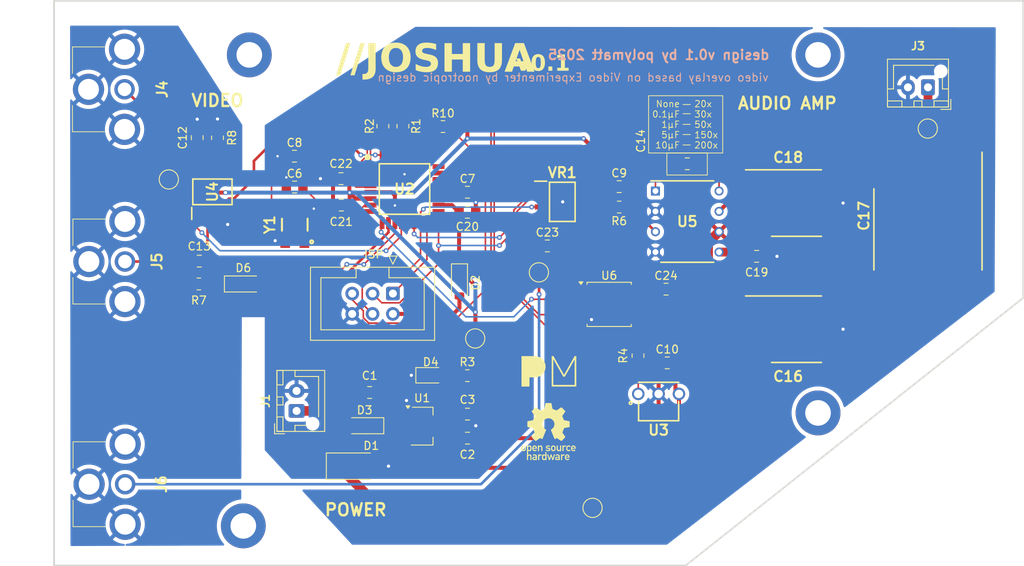
<source format=kicad_pcb>
(kicad_pcb (version 20241229) (generator "pcbnew") (generator_version "9.0")
  (layers (0 "F.Cu" signal) (2 "B.Cu" signal) (13 "F.Paste" user) (15 "B.Paste" user) (5 "F.SilkS" user "F.Silkscreen") (7 "B.SilkS" user "B.Silkscreen") (1 "F.Mask" user) (3 "B.Mask" user) (25 "Edge.Cuts" user))
  (net 0 "")
  (net 1 "GND")
  (net 2 "/VDC_IN")
  (net 3 "+5V")
  (net 4 "Net-(U2-(PCINT6{slash}XTAL1{slash}TOSC1)_PB6)")
  (net 5 "/ARef")
  (net 6 "Net-(U2-(PCINT7{slash}XTAL2{slash}TOSC2)_PB7)")
  (net 7 "Net-(U4-CVIN)")
  (net 8 "/D6")
  (net 9 "Net-(U5-GAIN_1)")
  (net 10 "Net-(U5-GAIN_2)")
  (net 11 "+14.5V")
  (net 12 "Net-(C17--)")
  (net 13 "Net-(C17-+)")
  (net 14 "Net-(U5-BYPASS)")
  (net 15 "Net-(C23-Pad1)")
  (net 16 "Net-(VR1-P0A)")
  (net 17 "/ISP-5V")
  (net 18 "Net-(D4-A)")
  (net 19 "Net-(D6-K)")
  (net 20 "/D7")
  (net 21 "/D12{slash}MISO")
  (net 22 "/D13{slash}SCK")
  (net 23 "/D11{slash}MOSI")
  (net 24 "/RX")
  (net 25 "/D0")
  (net 26 "/TX")
  (net 27 "/D1")
  (net 28 "Net-(U3-OUT)")
  (net 29 "/D3")
  (net 30 "Net-(U5-+_INPUT)")
  (net 31 "Net-(VR1-P0W)")
  (net 32 "Net-(U4-RSET)")
  (net 33 "/RESET")
  (net 34 "/A3")
  (net 36 "/D9")
  (net 37 "/D4")
  (net 38 "/A0")
  (net 40 "/D2")
  (net 41 "/A5")
  (net 42 "/D10")
  (net 43 "/A4")
  (net 44 "/A2")
  (net 46 "/A1")
  (net 47 "/D8")
  (net 48 "/D5")
  (net 51 "Net-(U6-AREF{slash}PB0)")
  (footprint "865090449009:CAPAE830X650N" (layer "F.Cu") (at 181.075 105)
    (property "Reference" "C16")
    (property "Value" "100uF 25V" (hide yes))
  )
  (footprint "Package_TO_SOT_SMD:SOT-89-3" (layer "F.Cu") (at 135.375 117.1)
    (property "Reference" "U1")
    (property "Value" "MCP1703AT-5002E/MB")
  )
  (footprint "TestPoint:TestPoint_Pad_D2.0mm" (layer "F.Cu") (at 142 106.15)
    (property "Reference" "REF**" (hide yes))
    (property "Value" "TestPoint_Pad_D2.0mm")
  )
  (footprint "865090449009:CAPAE830X650N" (layer "F.Cu") (at 181.075 89.25)
    (property "Reference" "C18")
    (property "Value" "100uF 25V" (hide yes))
  )
  (footprint "Capacitor_SMD:C_0805_2012Metric_Pad1.18x1.45mm_HandSolder" (layer "F.Cu") (at 125.2875 89.5 180)
    (property "Reference" "C21")
    (property "Value" "0.1uF" (hide yes))
  )
  (footprint "ATMEGA328P-AU:QFP80P900X900X120-32N" (layer "F.Cu") (at 133.175 87.5)
    (property "Reference" "U2")
    (property "Value" "ATMEGA328P-AU" (hide yes))
  )
  (footprint "Capacitor_SMD:C_0805_2012Metric_Pad1.18x1.45mm_HandSolder" (layer "F.Cu") (at 177.1375 95.9)
    (property "Reference" "C19")
    (property "Value" "0.1uF")
  )
  (footprint "Resistor_SMD:R_0805_2012Metric_Pad1.20x1.40mm_HandSolder" (layer "F.Cu") (at 137.975 79.7)
    (property "Reference" "R10")
    (property "Value" "10K" (hide yes))
  )
  (footprint "LED_SMD:LED_0805_2012Metric_Pad1.15x1.40mm_HandSolder" (layer "F.Cu") (at 136.45 110.75)
    (property "Reference" "D4")
    (property "Value" "LED")
  )
  (footprint "Resistor_SMD:R_0805_2012Metric_Pad1.20x1.40mm_HandSolder" (layer "F.Cu") (at 130.475 79.65 90)
    (property "Reference" "R2")
    (property "Value" "1K" (hide yes))
  )
  (footprint "Diode_SMD:D_SOD-123" (layer "F.Cu") (at 140.035 99.2 -90)
    (property "Reference" "D2")
    (property "Value" "0.5A 20V" (hide yes))
  )
  (footprint "Connector_IDC:IDC-Header_2x03_P2.54mm_Vertical" (layer "F.Cu") (at 131.725 100.55 -90)
    (property "Reference" "ISP")
    (property "Value" "Conn_02x03_Odd_Even" (hide yes))
  )
  (footprint "Capacitor_SMD:C_0805_2012Metric_Pad1.18x1.45mm_HandSolder" (layer "F.Cu") (at 141.0375 87.9)
    (property "Reference" "C7")
    (property "Value" "0.1uF" (hide yes))
  )
  (footprint "Resistor_SMD:R_0805_2012Metric_Pad1.20x1.40mm_HandSolder" (layer "F.Cu") (at 162.325 108.3 -90)
    (property "Reference" "R4")
    (property "Value" "100")
  )
  (footprint "TestPoint:TestPoint_Pad_D2.0mm" (layer "F.Cu") (at 149.95 97.9)
    (property "Reference" "REF**" (hide yes))
    (property "Value" "TestPoint_Pad_D2.0mm")
  )
  (footprint "Capacitor_SMD:C_0805_2012Metric_Pad1.18x1.45mm_HandSolder" (layer "F.Cu") (at 107.55 96.5)
    (property "Reference" "C13")
    (property "Value" "0.1uF")
  )
  (footprint "MCP4131-104E_SN:SOIC127P600X175-8N" (layer "F.Cu") (at 109.195 87.85 90)
    (property "Reference" "U4")
    (property "Value" "LM1881MX_NOPB" (hide yes))
  )
  (footprint "Resistor_SMD:R_0805_2012Metric_Pad1.20x1.40mm_HandSolder" (layer "F.Cu") (at 141.025 110.8 180)
    (property "Reference" "R3")
    (property "Value" "330")
  )
  (footprint "Capacitor_SMD:C_0805_2012Metric_Pad1.18x1.45mm_HandSolder" (layer "F.Cu") (at 125.25 86.2 180)
    (property "Reference" "C22")
    (property "Value" "0.1uF" (hide yes))
  )
  (footprint "Capacitor_SMD:C_0805_2012Metric_Pad1.18x1.45mm_HandSolder" (layer "F.Cu") (at 165.975 109.2)
    (property "Reference" "C10")
    (property "Value" "10uF")
  )
  (footprint "LOGO" (layer "F.Cu") (at 151.225 110.2)
    (property "Reference" "G***" (hide yes))
    (property "Value" "LOGO" (hide yes))
  )
  (footprint "Diode_SMD:D_SOD-123" (layer "F.Cu") (at 113.05 99.35)
    (property "Reference" "D6")
    (property "Value" "100V, 200mA")
  )
  (footprint "RCJ-011:RCJ011" (layer "F.Cu") (at 98.275 101.55 90)
    (property "Reference" "J5")
    (property "Value" "Video Out" (hide yes))
  )
  (footprint "Capacitor_SMD:C_0805_2012Metric_Pad1.18x1.45mm_HandSolder" (layer "F.Cu") (at 128.825 112.9 180)
    (property "Reference" "C1")
    (property "Value" "1uF")
  )
  (footprint "Resistor_SMD:R_0805_2012Metric_Pad1.20x1.40mm_HandSolder" (layer "F.Cu") (at 109.83 81.1 -90)
    (property "Reference" "R8")
    (property "Value" "680k")
  )
  (footprint "Capacitor_SMD:C_0805_2012Metric_Pad1.18x1.45mm_HandSolder" (layer "F.Cu") (at 165.825 100)
    (property "Reference" "C24")
    (property "Value" "0.1uF")
  )
  (footprint "Resistor_SMD:R_0805_2012Metric_Pad1.20x1.40mm_HandSolder" (layer "F.Cu") (at 132.975 79.65 -90)
    (property "Reference" "R1")
    (property "Value" "1K" (hide yes))
  )
  (footprint "MCP4131-104E_SN:SOIC127P600X175-8N" (layer "F.Cu") (at 152.875 89.1)
    (property "Reference" "VR1")
    (property "Value" "MCP4131-104E_SN" (hide yes))
  )
  (footprint "Package_SO:SOIC-8_5.3x5.3mm_P1.27mm" (layer "F.Cu") (at 158.725 101.9)
    (property "Reference" "U6")
    (property "Value" "ATtiny85-20S")
  )
  (footprint "" (layer "F.Cu") (at 113.05 129.55)
    (property "Reference" "")
    (property "Value" "")
  )
  (footprint "RCJ-011:RCJ011" (layer "F.Cu") (at 98.3 129.35 90)
    (property "Reference" "J6")
    (property "Value" "RCJ-011" (hide yes))
  )
  (footprint "Diode_SMD:D_SOD-123" (layer "F.Cu") (at 128.225 117.05 180)
    (property "Reference" "D3")
    (property "Value" "20V 410mW")
  )
  (footprint "Capacitor_SMD:C_0805_2012Metric_Pad1.18x1.45mm_HandSolder" (layer "F.Cu") (at 141.0375 115.6)
    (property "Reference" "C3")
    (property "Value" "10uF")
  )
  (footprint "TestPoint:TestPoint_Pad_D2.0mm" (layer "F.Cu") (at 156.65 127.3)
    (property "Reference" "REF**" (hide yes))
    (property "Value" "TestPoint_Pad_D2.0mm")
  )
  (footprint "LM386N-4_NOPB:DIP794W53P254L959H508Q8N" (layer "F.Cu") (at 168.475 91.56)
    (property "Reference" "U5")
    (property "Value" "LM386N-4_NOPB" (hide yes))
  )
  (footprint "" (layer "F.Cu") (at 184.8 70.75)
    (property "Reference" "")
    (property "Value" "")
  )
  (footprint "Capacitor_SMD:C_0805_2012Metric_Pad1.18x1.45mm_HandSolder" (layer "F.Cu") (at 159.975 87.2)
    (property "Reference" "C9")
    (property "Value" "0.1uF")
  )
  (footprint "Connector_JST:JST_XH_B2B-XH-AM_1x02_P2.50mm_Vertical" (layer "F.Cu") (at 119.7 115.2 90)
    (property "Reference" "J1")
    (property "Value" "Conn_01x02")
  )
  (footprint "Resistor_SMD:R_0805_2012Metric_Pad1.20x1.40mm_HandSolder" (layer "F.Cu") (at 159.975 89.75)
    (property "Reference" "R6")
    (property "Value" "1K")
  )
  (footprint "" (layer "F.Cu") (at 184.8 115.45)
    (property "Reference" "")
    (property "Value" "")
  )
  (footprint "LOGO" (layer "F.Cu") (at 151.125 117.8)
    (property "Reference" "G***" (hide yes))
    (property "Value" "LOGO" (hide yes))
  )
  (footprint "Capacitor_SMD:C_0805_2012Metric_Pad1.18x1.45mm_HandSolder" (layer "F.Cu") (at 119.4375 83.4)
    (property "Reference" "C8")
    (property "Value" "22pF")
  )
  (footprint "RCJ-011:RCJ011" (layer "F.Cu") (at 98.225 80.05 90)
    (property "Reference" "J4")
    (property "Value" "Video In" (hide yes))
  )
  (footprint "MountingHole:MountingHole_3.2mm_M3_DIN965_Pad" (layer "F.Cu") (at 113.8 70.75)
    (property "Reference" "REF**" (hide yes))
    (property "Value" "MountingHole_3.2mm_M3_DIN965_Pad")
  )
  (footprint "Capacitor_SMD:C_0805_2012Metric_Pad1.18x1.45mm_HandSolder" (layer "F.Cu") (at 168.475 84.35 180)
    (property "Reference" "C14")
    (property "Value" "?uF")
  )
  (footprint "Capacitor_SMD:C_0805_2012Metric_Pad1.18x1.45mm_HandSolder" (layer "F.Cu") (at 151.0125 94.6)
    (property "Reference" "C23")
    (property "Value" "10uF")
  )
  (footprint "Resistor_SMD:R_0805_2012Metric_Pad1.20x1.40mm_HandSolder" (layer "F.Cu") (at 107.5 99.35)
    (property "Reference" "R7")
    (property "Value" "330")
  )
  (footprint "Connector_JST:JST_XH_B2B-XH-AM_1x02_P2.50mm_Vertical" (layer "F.Cu") (at 198.525 74.8 180)
    (property "Reference" "J3")
    (property "Value" "Conn_01x02")
  )
  (footprint "Diode_SMD:D_SMA" (layer "F.Cu") (at 126.925 122.1)
    (property "Reference" "D1")
    (property "Value" "16VWM 26VC")
  )
  (footprint "865060462010:CAPAE1350X1400N" (layer "F.Cu") (at 198.525 90.85 -90)
    (property "Reference" "C17")
    (property "Value" "1000uF 25V" (hide yes))
  )
  (footprint "TestPoint:TestPoint_Pad_D2.0mm" (layer "F.Cu") (at 103.75 86.3)
    (property "Reference" "REF**" (hide yes))
    (property "Value" "TestPoint_Pad_D2.0mm")
  )
  (footprint "TSOP38238:TSOP38238" (layer "F.Cu") (at 164.8975 111.625)
    (property "Reference" "U3")
    (property "Value" "TSOP38238" (hide yes))
  )
  (footprint "Capacitor_SMD:C_0805_2012Metric_Pad1.18x1.45mm_HandSolder" (layer "F.Cu") (at 107.295 81.0875 -90)
    (property "Reference" "C12")
    (property "Value" "0.1uF")
  )
  (footprint "Capacitor_SMD:C_0805_2012Metric_Pad1.18x1.45mm_HandSolder" (layer "F.Cu") (at 141.0375 118.6)
    (property "Reference" "C2")
    (property "Value" "1uF")
  )
  (footprint "Capacitor_SMD:C_0805_2012Metric_Pad1.18x1.45mm_HandSolder" (layer "F.Cu") (at 141.025 90.4)
    (property "Reference" "C20")
    (property "Value" "0.1uF" (hide yes))
  )
  (footprint "Capacitor_SMD:C_0805_2012Metric_Pad1.18x1.45mm_HandSolder" (layer "F.Cu") (at 119.458515 87.25)
    (property "Reference" "C6")
    (property "Value" "22pF")
  )
  (footprint "TestPoint:TestPoint_Pad_D2.0mm" (layer "F.Cu") (at 198.5 79.95)
    (property "Reference" "REF**" (hide yes))
    (property "Value" "TestPoint_Pad_D2.0mm")
  )
  (footprint "ABM3B-8.000MHZ-B2-T:ABM3B" (layer "F.Cu") (at 119.475 91.95 90)
    (property "Reference" "Y1")
    (property "Value" "ABM3B-12.000MHZ-B2-T" (hide yes))
  )
  (gr_line (start 167.95 80.7) (end 168.85 80.7) (stroke (width 0.1)) (layer "F.SilkS"))
  (gr_line (start 167.95 78.1) (end 168.85 78.1) (stroke (width 0.1)) (layer "F.SilkS"))
  (gr_line (start 167.95 76.95) (end 168.85 76.95) (stroke (width 0.1)) (layer "F.SilkS"))
  (gr_line (start 167.95 79.425) (end 168.85 79.425) (stroke (width 0.1)) (layer "F.SilkS"))
  (gr_rect (start 165.925 83) (end 170.975 85.75) (stroke (width 0.1)) (fill no) (layer "F.SilkS"))
  (gr_line (start 167.95 82) (end 168.85 82) (stroke (width 0.1)) (layer "F.SilkS"))
  (gr_rect (start 163.65 75.85) (end 172.9 83) (stroke (width 0.1)) (fill no) (layer "F.SilkS"))
  (gr_line (start 210.425 64) (end 89.425 64) (stroke (width 0.2)) (layer "Edge.Cuts"))
  (gr_line (start 89.425 134.5) (end 168.275 134.5) (stroke (width 0.2)) (layer "Edge.Cuts"))
  (gr_line (start 168.275 134.5) (end 210.425 101.075) (stroke (width 0.2)) (layer "Edge.Cuts"))
  (gr_line (start 210.425 101.075) (end 210.425 64) (stroke (width 0.2)) (layer "Edge.Cuts"))
  (gr_line (start 89.425 64) (end 89.425 134.5) (stroke (width 0.2)) (layer "Edge.Cuts"))
  (gr_text "POWER" (at 127.075 127.55 0) (layer "F.SilkS") (effects (font (size 1.5 1.5) (thickness 0.3) (bold yes))))
  (gr_text "v0.1" (at 147.075 71.9 0) (layer "F.SilkS") (effects (font (size 2 2) (thickness 0.5) (bold yes)) (justify left)))
  (gr_text "//JOSHUA" (at 124.625 71.4 0) (layer "F.SilkS") (effects (font (size 3.5 3.5) (thickness 0.5) (bold yes)) (justify left)))
  (gr_text "AUDIO AMP" (at 180.975 76.8 0) (layer "F.SilkS") (effects (font (size 1.5 1.5) (thickness 0.3) (bold yes))))
  (gr_text "None\n0.1µF\n1µF\n5µF\n10µF\n" (at 167.6 79.45 0) (layer "F.SilkS") (effects (font (size 0.8 0.8) (thickness 0.1)) (justify right)))
  (gr_text "20x\n30x\n50x\n150x\n200x\n" (at 169.3 79.45 0) (layer "F.SilkS") (effects (font (size 0.8 0.8) (thickness 0.1)) (justify left)))
  (gr_text "VIDEO" (at 109.825 76.45 0) (layer "F.SilkS") (effects (font (size 1.5 1.5) (thickness 0.3) (bold yes))))
  (gr_text "video overlay based on Video Experimenter by nootropic design" (at 178.7 74.15 0) (layer "B.SilkS") (effects (font (size 1 1) (thickness 0.125)) (justify left bottom mirror)))
  (gr_text "design v0.1 by polymatt 2025" (at 178.85 71.45 0) (layer "B.SilkS") (effects (font (size 1.2 1.2) (thickness 0.24) (bold yes)) (justify left bottom mirror)))
  (segment (start 161.075 87.2) (end 161.415 87.2) (width 0.2) (layer "F.Cu") (net 1))
  (segment (start 142.075 117.05) (end 142.075 115.6) (width 0.5) (layer "F.Cu") (net 1))
  (segment (start 155.1375 103.805) (end 156.52 103.805) (width 0.5) (layer "F.Cu") (net 1))
  (segment (start 124.2125 86.2) (end 122.675 86.2) (width 0.5) (layer "F.Cu") (net 1))
  (segment (start 109.83 80.1) (end 109.83 78.755) (width 0.5) (layer "F.Cu") (net 1))
  (segment (start 135.425 110.75) (end 134.025 110.75) (width 0.5) (layer "F.Cu") (net 1))
  (segment (start 124.25 89.5) (end 124.25 86.2375) (width 0.5) (layer "F.Cu") (net 1))
  (segment (start 118.421015 87.25) (end 118.421015 87.696015) (width 0.5) (layer "F.Cu") (net 1))
  (segment (start 142.075 90.3875) (end 142.0625 90.4) (width 0.2) (layer "F.Cu") (net 1))
  (segment (start 150.175 91.005) (end 151.02 91.005) (width 0.5) (layer "F.Cu") (net 1))
  (segment (start 118.275 93.95) (end 117.025 93.95) (width 0.5) (layer "F.Cu") (net 1))
  (segment (start 142.075 89.15) (end 142.075 90.3875) (width 0.5) (layer "F.Cu") (net 1))
  (segment (start 142.075 117.05) (end 142.075 118.6) (width 0.5) (layer "F.Cu") (net 1))
  (segment (start 184.025 105) (end 187.925 105) (width 1) (layer "F.Cu") (net 1))
  (segment (start 128.925 86.3) (end 132.525 86.3) (width 0.5) (layer "F.Cu") (net 1))
  (segment (start 111.1 90.55) (end 111.1 91.925) (width 0.5) (layer "F.Cu") (net 1))
  (segment (start 132.525 86.3) (end 133.175 85.65) (width 0.5) (layer "F.Cu") (net 1))
  (segment (start 151.02 91.005) (end 152.925 89.1) (width 0.5) (layer "F.Cu") (net 1))
  (segment (start 155.575 88.465) (end 153.56 88.465) (width 0.5) (layer "F.Cu") (net 1))
  (segment (start 127.5875 112.7) (end 127.7875 112.9) (width 0.2) (layer "F.Cu") (net 1))
  (segment (start 131.975 89.55) (end 131.975 88.3) (width 0.5) (layer "F.Cu") (net 1))
  (segment (start 161.125 118.6) (end 164.8975 114.8275) (width 0.5) (layer "F.Cu") (net 1))
  (segment (start 131.575 87.9) (end 128.925 87.9) (width 0.5) (layer "F.Cu") (net 1))
  (segment (start 166.8625 97.7275) (end 164.505 95.37) (width 0.5) (layer "F.Cu") (net 1))
  (segment (start 142.075 87.9) (end 142.075 89.15) (width 0.5) (layer "F.Cu") (net 1))
  (segment (start 133.425 115.6) (end 133.425 113.9) (width 0.5) (layer "F.Cu") (net 1))
  (segment (start 118.421015 86.053985) (end 118.425 86.05) (width 0.2) (layer "F.Cu") (net 1))
  (segment (start 156.52 103.805) (end 156.525 103.8) (width 0.2) (layer "F.Cu") (net 1))
  (segment (start 178.175 95.9) (end 179.675 95.9) (width 1.1) (layer "F.Cu") (net 1))
  (segment (start 120.675 89.95) (end 121.85 89.95) (width 0.5) (layer "F.Cu") (net 1))
  (segment (start 184.025 89.25) (end 187.925 89.25) (width 0.5) (layer "F.Cu") (net 1))
  (segment (start 118.4 83.4) (end 118.075 83.4) (width 0.2) (layer "F.Cu") (net 1))
  (segment (start 153.56 88.465) (end 152.925 89.1) (width 0.5) (layer "F.Cu") (net 1))
  (segment (start 142.075 118.6) (end 161.125 118.6) (width 0.5) (layer "F.Cu") (net 1))
  (segment (start 118.075 83.4) (end 117.325 83.4) (width 0.5) (layer "F.Cu") (net 1))
  (segment (start 166.8625 100) (end 166.8625 97.7275) (width 0.5) (layer "F.Cu") (net 1))
  (segment (start 131.975 88.3) (end 131.575 87.9) (width 0.5) (layer "F.Cu") (net 1))
  (segment (start 128.925 122.1) (end 131.175 122.1) (width 0.5) (layer "F.Cu") (net 1))
  (segment (start 164.8975 113.075) (end 164.8975 109.24) (width 0.5) (layer "F.Cu") (net 1))
  (segment (start 124.25 86.2375) (end 124.2125 86.2) (width 0.2) (layer "F.Cu") (net 1))
  (segment (start 161.415 87.2) (end 164.505 90.29) (width 0.5) (layer "F.Cu") (net 1))
  (segment (start 164.8975 114.8275) (end 164.8975 113.075) (width 0.5) (layer "F.Cu") (net 1))
  (segment (start 119.7 112.7) (end 127.5875 112.7) (width 0.4) (layer "F.Cu") (net 1))
  (segment (start 164.8975 109.24) (end 164.9375 109.2) (width 0.5) (layer "F.Cu") (net 1))
  (segment (start 118.421015 87.25) (end 118.421015 86.053985) (width 0.5) (layer "F.Cu") (net 1))
  (segment (start 107.295 80.05) (end 107.295 78.78) (width 0.5) (layer "F.Cu") (net 1))
  (via (at 131.175 122.1) (size 0.6) (drill 0.4) (layers "F.Cu" "B.Cu") (net 1))
  (via (at 142.075 117.05) (size 0.6) (drill 0.4) (layers "F.Cu" "B.Cu") (net 1))
  (via (at 107.295 78.78) (size 0.6) (drill 0.4) (layers "F.Cu" "B.Cu") (net 1))
  (via (at 187.925 89.25) (size 0.6) (drill 0.4) (layers "F.Cu" "B.Cu") (net 1))
  (via (at 142.075 89.15) (size 0.6) (drill 0.3) (layers "F.Cu" "B.Cu") (net 1))
  (via (at 111.1 91.925) (size 0.6) (drill 0.4) (layers "F.Cu" "B.Cu") (net 1))
  (via (at 109.83 78.755) (size 0.6) (drill 0.4) (layers "F.Cu" "B.Cu") (net 1))
  (via (at 117.025 93.95) (size 0.6) (drill 0.4) (layers "F.Cu" "B.Cu") (net 1))
  (via (at 156.525 103.8) (size 0.6) (drill 0.4) (layers "F.Cu" "B.Cu") (net 1))
  (via (at 134.025 110.75) (size 0.6) (drill 0.4) (layers "F.Cu" "B.Cu") (net 1))
  (via (at 117.325 83.4) (size 0.6) (drill 0.3) (layers "F.Cu" "B.Cu") (net 1))
  (via (at 133.425 113.9) (size 0.6) (drill 0.4) (layers "F.Cu" "B.Cu") (net 1))
  (via (at 179.675 95.9) (size 0.6) (drill 0.4) (layers "F.Cu" "B.Cu") (net 1))
  (via (at 122.675 86.2) (size 0.6) (drill 0.4) (layers "F.Cu" "B.Cu") (net 1))
  (via (at 187.925 105) (size 0.6) (drill 0.4) (layers "F.Cu" "B.Cu") (net 1))
  (via (at 152.925 89.1) (size 0.6) (drill 0.4) (layers "F.Cu" "B.Cu") (net 1))
  (via (at 131.975 89.55) (size 0.6) (drill 0.3) (layers "F.Cu" "B.Cu") (net 1))
  (via (at 121.85 89.95) (size 0.6) (drill 0.3) (layers "F.Cu" "B.Cu") (net 1))
  (via (at 133.175 85.65) (size 0.6) (drill 0.3) (layers "F.Cu" "B.Cu") (net 1))
  (via (at 118.425 86.05) (size 0.6) (drill 0.3) (layers "F.Cu" "B.Cu") (net 1))
  (segment (start 133.4625 117.05) (end 133.5125 117.1) (width 0.2) (layer "F.Cu") (net 2))
  (segment (start 129.875 117.05) (end 133.4625 117.05) (width 1) (layer "F.Cu") (net 2))
  (segment (start 129.875 112.9125) (end 129.8625 112.9) (width 0.5) (layer "F.Cu") (net 2))
  (segment (start 129.875 117.05) (end 129.875 112.9125) (width 1) (layer "F.Cu") (net 2))
  (segment (start 141.875 122.3) (end 162.175 122.3) (width 0.5) (layer "F.Cu") (net 3))
  (segment (start 126.2875 87.9125) (end 126.325 87.95) (width 0.5) (layer "F.Cu") (net 3))
  (segment (start 162.175 122.3) (end 167.4375 117.0375) (width 0.5) (layer "F.Cu") (net 3))
  (segment (start 164.7875 102.2875) (end 164.7875 100) (width 0.5) (layer "F.Cu") (net 3))
  (segment (start 140 118.6) (end 140 120.425) (width 0.5) (layer "F.Cu") (net 3))
  (segment (start 107.29 86.4) (end 107.29 85.15) (width 0.5) (layer "F.Cu") (net 3))
  (segment (start 126.325 87.95) (end 127.075 88.7) (width 0.5) (layer "F.Cu") (net 3))
  (segment (start 140 120.425) (end 141.875 122.3) (width 0.5) (layer "F.Cu") (net 3))
  (segment (start 167.0125 109.2) (end 167.0125 104.5375) (width 0.5) (layer "F.Cu") (net 3))
  (segment (start 126.2875 86.2) (end 126.2875 87.9125) (width 0.5) (layer "F.Cu") (net 3))
  (segment (start 140.035 97.29) (end 139.9875 97.2425) (width 0.5) (layer "F.Cu") (net 3))
  (segment (start 137.425 89.5) (end 139.0875 89.5) (width 0.5) (layer "F.Cu") (net 3))
  (segment (start 167 112.6375) (end 167 109.2125) (width 0.5) (layer "F.Cu") (net 3))
  (segment (start 142.025 110.8) (end 142.025 102.85) (width 0.5) (layer "F.Cu") (net 3))
  (segment (start 164.7875 100) (end 162.3175 100) (width 0.5) (layer "F.Cu") (net 3))
  (segment (start 167.4375 117.0375) (end 167.4375 113.075) (width 0.5) (layer "F.Cu") (net 3))
  (segment (start 164.775 102.3) (end 164.7875 102.2875) (width 0.5) (layer "F.Cu") (net 3))
  (segment (start 140.035 97.55) (end 140.035 97.29) (width 0.5) (layer "F.Cu") (net 3))
  (segment (start 140 118.6) (end 140 115.6) (width 0.5) (layer "F.Cu") (net 3))
  (segment (start 141.885 99.4) (end 140.035 97.55) (width 0.5) (layer "F.Cu") (net 3))
  (segment (start 139.0875 89.5) (end 139.9875 90.4) (width 0.5) (layer "F.Cu") (net 3))
  (segment (start 107.29 82.13) (end 107.295 82.125) (width 0.2) (layer "F.Cu") (net 3))
  (segment (start 127.075 88.7) (end 128.925 88.7) (width 0.5) (layer "F.Cu") (net 3))
  (segment (start 140 115.6) (end 140 114.325) (width 0.5) (layer "F.Cu") (net 3))
  (segment (start 142.025 99.4) (end 141.885 99.4) (width 0.5) (layer "F.Cu") (net 3))
  (segment (start 141.025 81.2) (end 141.025 80.1) (width 0.5) (layer "F.Cu") (net 3))
  (segment (start 158.995 87.195) (end 159 87.2) (width 0.2) (layer "F.Cu") (net 3))
  (segment (start 155.575 87.195) (end 158.995 87.195) (width 0.5) (layer "F.Cu") (net 3))
  (segment (start 162.3175 100) (end 162.3125 99.995) (width 0.5) (layer "F.Cu") (net 3))
  (segment (start 108.84 87.95) (end 107.29 86.4) (width 0.5) (layer "F.Cu") (net 3))
  (segment (start 141.175 113.15) (end 140 114.325) (width 0.5) (layer "F.Cu") (net 3))
  (segment (start 139.9875 97.2425) (end 139.9875 90.4) (width 0.5) (layer "F.Cu") (net 3))
  (segment (start 167.4375 113.075) (end 167 112.6375) (width 0.5) (layer "F.Cu") (net 3))
  (segment (start 167 109.2125) (end 167.0125 109.2) (width 0.5) (layer "F.Cu") (net 3))
  (segment (start 107.29 85.15) (end 107.29 82.13) (width 0.5) (layer "F.Cu") (net 3))
  (segment (start 126.325 89.5) (end 126.325 87.95) (width 0.5) (layer "F.Cu") (net 3))
  (segment (start 128.925 87.1) (end 127.1875 87.1) (width 0.5) (layer "F.Cu") (net 3))
  (segment (start 142.025 112.3) (end 141.175 113.15) (width 0.5) (layer "F.Cu") (net 3))
  (segment (start 133.425 118.6) (end 140 118.6) (width 0.5) (layer "F.Cu") (net 3))
  (segment (start 140.625 79.7) (end 138.975 79.7) (width 0.5) (layer "F.Cu") (net 3))
  (segment (start 126.325 86.2375) (end 126.2875 86.2) (width 0.5) (layer "F.Cu") (net 3))
  (segment (start 159 84.675) (end 155.525 81.2) (width 0.5) (layer "F.Cu") (net 3))
  (segment (start 141.025 80.1) (end 140.625 79.7) (width 0.5) (layer "F.Cu") (net 3))
  (segment (start 127.1875 87.1) (end 126.2875 86.2) (width 0.5) (layer "F.Cu") (net 3))
  (segment (start 110.825 87.95) (end 108.84 87.95) (width 0.5) (layer "F.Cu") (net 3))
  (segment (start 167.0125 104.5375) (end 164.775 102.3) (width 0.5) (layer "F.Cu") (net 3))
  (segment (start 159 87.2) (end 159 84.675) (width 0.5) (layer "F.Cu") (net 3))
  (segment (start 142.025 110.8) (end 142.025 112.3) (width 0.5) (layer "F.Cu") (net 3))
  (via (at 126.325 87.95) (size 0.6) (drill 0.3) (layers "F.Cu" "B.Cu") (net 3))
  (via (at 142.025 102.85) (size 0.6) (drill 0.3) (layers "F.Cu" "B.Cu") (net 3))
  (via (at 110.825 87.95) (size 0.6) (drill 0.4) (layers "F.Cu" "B.Cu") (net 3))
  (via (at 141.025 81.2) (size 0.6) (drill 0.3) (layers "F.Cu" "B.Cu") (net 3))
  (via (at 155.525 81.2) (size 0.6) (drill 0.3) (layers "F.Cu" "B.Cu") (net 3))
  (via (at 142.025 99.4) (size 0.6) (drill 0.3) (layers "F.Cu" "B.Cu") (net 3))
  (segment (start 126.325 87.95) (end 134.275 87.95) (width 0.5) (layer "B.Cu") (net 3))
  (segment (start 142.025 102.85) (end 142.025 99.4) (width 0.5) (layer "B.Cu") (net 3))
  (segment (start 126.325 87.95) (end 127.125 87.95) (width 0.5) (layer "B.Cu") (net 3))
  (segment (start 155.525 81.2) (end 141.025 81.2) (width 0.5) (layer "B.Cu") (net 3))
  (segment (start 126.325 87.95) (end 110.825 87.95) (width 0.5) (layer "B.Cu") (net 3))
  (segment (start 134.275 87.95) (end 141.025 81.2) (width 0.5) (layer "B.Cu") (net 3))
  (segment (start 127.125 87.95) (end 142.025 102.85) (width 0.5) (layer "B.Cu") (net 3))
  (segment (start 126.325 91.4) (end 122.375 91.4) (width 0.2) (layer "F.Cu") (net 4))
  (segment (start 128.925 89.5) (end 128.225 89.5) (width 0.2) (layer "F.Cu") (net 4))
  (segment (start 122.75 89.503985) (end 120.496015 87.25) (width 0.2) (layer "F.Cu") (net 4))
  (segment (start 118.275 90.4) (end 118.275 89.95) (width 0.2) (layer "F.Cu") (net 4))
  (segment (start 128.225 89.5) (end 126.325 91.4) (width 0.2) (layer "F.Cu") (net 4))
  (segment (start 122.375 91.4) (end 119.275 91.4) (width 0.2) (layer "F.Cu") (net 4))
  (segment (start 122.75 91.4) (end 122.75 89.503985) (width 0.2) (layer "F.Cu") (net 4))
  (segment (start 119.275 91.4) (end 118.275 90.4) (width 0.2) (layer "F.Cu") (net 4))
  (segment (start 137.425 87.9) (end 140 87.9) (width 0.3) (layer "F.Cu") (net 5))
  (segment (start 123.775 93.95) (end 123.525 93.95) (width 0.2) (layer "F.Cu") (net 6))
  (segment (start 117.525 92.15) (end 116.575 91.2) (width 0.2) (layer "F.Cu") (net 6))
  (segment (start 123.775 93.95) (end 120.675 93.95) (width 0.2) (layer "F.Cu") (net 6))
  (segment (start 125.275 93.95) (end 123.775 93.95) (width 0.2) (layer "F.Cu") (net 6))
  (segment (start 116.575 91.2) (end 116.575 86.25) (width 0.2) (layer "F.Cu") (net 6))
  (segment (start 118.525 85.35) (end 120.475 83.4) (width 0.2) (layer "F.Cu") (net 6))
  (segment (start 116.575 86.25) (end 117.475 85.35) (width 0.2) (layer "F.Cu") (net 6))
  (segment (start 128.925 90.3) (end 125.275 93.95) (width 0.2) (layer "F.Cu") (net 6))
  (segment (start 121.725 92.15) (end 117.525 92.15) (width 0.2) (layer "F.Cu") (net 6))
  (segment (start 117.475 85.35) (end 118.525 85.35) (width 0.2) (layer "F.Cu") (net 6))
  (segment (start 123.525 93.95) (end 121.725 92.15) (width 0.2) (layer "F.Cu") (net 6))
  (segment (start 108.5875 90.5775) (end 108.56 90.55) (width 0.2) (layer "F.Cu") (net 7))
  (segment (start 108.5875 96.5) (end 108.5875 90.5775) (width 0.33) (layer "F.Cu") (net 7))
  (segment (start 98.225 75.05) (end 103.725 80.55) (width 0.33) (layer "F.Cu") (net 8))
  (segment (start 131.175 92.9) (end 131.175 91.75) (width 0.33) (layer "F.Cu") (net 8))
  (segment (start 103.725 96.55) (end 106.4625 96.55) (width 0.33) (layer "F.Cu") (net 8))
  (segment (start 108.025 101.5) (end 122.575 101.5) (width 0.33) (layer "F.Cu") (net 8))
  (segment (start 106.4625 96.55) (end 106.5125 96.5) (width 0.2) (layer "F.Cu") (net 8))
  (segment (start 122.575 101.5) (end 131.175 92.9) (width 0.33) (layer "F.Cu") (net 8))
  (segment (start 98.275 96.55) (end 103.725 96.55) (width 0.33) (layer "F.Cu") (net 8))
  (segment (start 106.5125 99.3375) (end 106.5 99.35) (width 0.2) (layer "F.Cu") (net 8))
  (segment (start 106.5 99.35) (end 106.5 99.975) (width 0.2) (layer "F.Cu") (net 8))
  (segment (start 106.5 99.975) (end 108.025 101.5) (width 0.33) (layer "F.Cu") (net 8))
  (segment (start 106.5125 96.5) (end 106.5125 99.3375) (width 0.33) (layer "F.Cu") (net 8))
  (segment (start 103.725 80.55) (end 103.725 96.55) (width 0.33) (layer "F.Cu") (net 8))
  (segment (start 164.505 86.27) (end 166.425 84.35) (width 0.2) (layer "F.Cu") (net 9))
  (segment (start 166.425 84.35) (end 167.4375 84.35) (width 0.2) (layer "F.Cu") (net 9))
  (segment (start 164.505 87.75) (end 164.505 86.27) (width 0.2) (layer "F.Cu") (net 9))
  (segment (start 172.445 86.22) (end 172.445 87.75) (width 0.2) (layer "F.Cu") (net 10))
  (segment (start 169.5125 84.35) (end 170.575 84.35) (width 0.2) (layer "F.Cu") (net 10))
  (segment (start 170.575 84.35) (end 172.445 86.22) (width 0.2) (layer "F.Cu") (net 10))
  (segment (start 124.925 122.1) (end 130.125 127.3) (width 1.2) (layer "F.Cu") (net 11))
  (segment (start 171.075 94.2) (end 171.075 102.75) (width 1.2) (layer "F.Cu") (net 11))
  (segment (start 171.075 120.6) (end 171.075 104.44847) (width 1.2) (layer "F.Cu") (net 11))
  (segment (start 171.075 104.4) (end 171.075 102.75) (width 1.2) (layer "F.Cu") (net 11))
  (segment (start 171.075 102.75) (end 173.325 105) (width 1.2) (layer "F.Cu") (net 11))
  (segment (start 124.725 115.2) (end 126.575 117.05) (width 1.2) (layer "F.Cu") (net 11))
  (segment (start 126.575 120.45) (end 124.925 122.1) (width 1.2) (layer "F.Cu") (net 11))
  (segment (start 126.575 117.05) (end 126.575 120.45) (width 1.2) (layer "F.Cu") (net 11))
  (segment (start 119.7 115.2) (end 124.725 115.2) (width 1.2) (layer "F.Cu") (net 11))
  (segment (start 130.125 127.3) (end 164.375 127.3) (width 1.2) (layer "F.Cu") (net 11))
  (segment (start 164.375 127.3) (end 171.075 120.6) (width 1.2) (layer "F.Cu") (net 11))
  (segment (start 173.325 105) (end 178.125 105) (width 1.2) (layer "F.Cu") (net 11))
  (segment (start 172.445 92.83) (end 171.075 94.2) (width 1.2) (layer "F.Cu") (net 11))
  (segment (start 198.525 74.8) (end 198.525 85.8) (width 1.1) (layer "F.Cu") (net 12))
  (segment (start 175.57 96.895) (end 177.025 98.35) (width 1.1) (layer "F.Cu") (net 13))
  (segment (start 187.425 95.9) (end 198.525 95.9) (width 1.1) (layer "F.Cu") (net 13))
  (segment (start 172.445 95.37) (end 175.57 95.37) (width 1.1) (layer "F.Cu") (net 13))
  (segment (start 175.57 95.37) (end 176.1 95.9) (width 0.2) (layer "F.Cu") (net 13))
  (segment (start 175.57 95.37) (end 175.57 96.895) (width 1.1) (layer "F.Cu") (net 13))
  (segment (start 184.975 98.35) (end 187.425 95.9) (width 1.1) (layer "F.Cu") (net 13))
  (segment (start 177.025 98.35) (end 184.975 98.35) (width 1.1) (layer "F.Cu") (net 13))
  (segment (start 173.485 89.25) (end 178.125 89.25) (width 0.5) (layer "F.Cu") (net 14))
  (segment (start 172.445 90.29) (end 173.485 89.25) (width 0.5) (layer "F.Cu") (net 14))
  (segment (start 149.975 100.65) (end 149.975 94.6) (width 0.33) (layer "F.Cu") (net 15))
  (via (at 149.975 100.65) (size 0.6) (drill 0.3) (layers "F.Cu" "B.Cu") (net 15))
  (segment (start 149.975 117.1) (end 142.725 124.35) (width 0.33) (layer "B.Cu") (net 15))
  (segment (start 142.725 124.35) (end 98.3 124.35) (width 0.33) (layer "B.Cu") (net 15))
  (segment (start 149.975 100.65) (end 149.975 117.1) (width 0.33) (layer "B.Cu") (net 15))
  (segment (start 153.175 94.6) (end 155.575 92.2) (width 0.33) (layer "F.Cu") (net 16))
  (segment (start 155.575 92.2) (end 155.575 91.005) (width 0.33) (layer "F.Cu") (net 16))
  (segment (start 152.05 94.6) (end 153.175 94.6) (width 0.33) (layer "F.Cu") (net 16))
  (segment (start 140.035 102.34) (end 140.035 100.85) (width 0.5) (layer "F.Cu") (net 17))
  (segment (start 139.285 103.09) (end 140.035 102.34) (width 0.5) (layer "F.Cu") (net 17))
  (segment (start 131.725 103.09) (end 139.285 103.09) (width 0.5) (layer "F.Cu") (net 17))
  (segment (start 140.025 110.8) (end 137.525 110.8) (width 0.5) (layer "F.Cu") (net 18))
  (segment (start 137.525 110.8) (end 137.475 110.75) (width 0.2) (layer "F.Cu") (net 18))
  (segment (start 108.5 99.35) (end 111.4 99.35) (width 0.2) (layer "F.Cu") (net 19))
  (segment (start 128.095227 96.920227) (end 131.975 93.040454) (width 0.2) (layer "F.Cu") (net 20))
  (segment (start 114.7 99.35) (end 123.525 99.35) (width 0.2) (layer "F.Cu") (net 20))
  (segment (start 123.525 99.35) (end 125.975 96.9) (width 0.2) (layer "F.Cu") (net 20))
  (segment (start 131.975 93.040454) (end 131.975 91.75) (width 0.2) (layer "F.Cu") (net 20))
  (via (at 128.095227 96.920227) (size 0.6) (drill 0.3) (layers "F.Cu" "B.Cu") (net 20))
  (via (at 125.975 96.9) (size 0.6) (drill 0.3) (layers "F.Cu" "B.Cu") (net 20))
  (segment (start 128.075 96.9) (end 125.975 96.9) (width 0.2) (layer "B.Cu") (net 20))
  (segment (start 128.095227 96.920227) (end 128.075 96.9) (width 0.2) (layer "B.Cu") (net 20))
  (segment (start 135.975 96.3) (end 135.975 91.75) (width 0.2) (layer "F.Cu") (net 21))
  (segment (start 131.725 100.55) (end 135.975 96.3) (width 0.2) (layer "F.Cu") (net 21))
  (segment (start 132.56016 101.701) (end 137.425 96.83616) (width 0.2) (layer "F.Cu") (net 22))
  (segment (start 149.0471 88.465) (end 147.226 90.2861) (width 0.2) (layer "F.Cu") (net 22))
  (segment (start 137.425 96.83616) (end 137.425 94.55) (width 0.2) (layer "F.Cu") (net 22))
  (segment (start 147.226 90.2861) (end 147.226 92.349) (width 0.2) (layer "F.Cu") (net 22))
  (segment (start 130.336 101.701) (end 132.56016 101.701) (width 0.2) (layer "F.Cu") (net 22))
  (segment (start 150.175 88.465) (end 149.0471 88.465) (width 0.2) (layer "F.Cu") (net 22))
  (segment (start 129.185 100.55) (end 130.336 101.701) (width 0.2) (layer "F.Cu") (net 22))
  (segment (start 147.226 92.349) (end 145.025 94.55) (width 0.2) (layer "F.Cu") (net 22))
  (segment (start 137.425 94.55) (end 137.425 90.3) (width 0.2) (layer "F.Cu") (net 22))
  (via (at 137.425 94.55) (size 0.6) (drill 0.3) (layers "F.Cu" "B.Cu") (net 22))
  (via (at 145.025 94.55) (size 0.6) (drill 0.3) (layers "F.Cu" "B.Cu") (net 22))
  (segment (start 145.025 94.55) (end 137.425 94.55) (width 0.2) (layer "B.Cu") (net 22))
  (segment (start 129.185 103.09) (end 127.9 101.805) (width 0.2) (layer "F.Cu") (net 23))
  (segment (start 149.05 89.75) (end 149.065 89.735) (width 0.2) (layer "F.Cu") (net 23))
  (segment (start 135.525 90.025) (end 135.175 90.375) (width 0.2) (layer "F.Cu") (net 23))
  (segment (start 133.025 98.3) (end 135.175 96.15) (width 0.2) (layer "F.Cu") (net 23))
  (segment (start 135.175 96.15) (end 135.175 91.75) (width 0.2) (layer "F.Cu") (net 23))
  (segment (start 127.9 101.805) (end 127.9 99.8) (width 0.2) (layer "F.Cu") (net 23))
  (segment (start 129.4 98.3) (end 133.025 98.3) (width 0.2) (layer "F.Cu") (net 23))
  (segment (start 127.9 99.8) (end 129.4 98.3) (width 0.2) (layer "F.Cu") (net 23))
  (segment (start 149.065 89.735) (end 150.175 89.735) (width 0.2) (layer "F.Cu") (net 23))
  (segment (start 135.175 90.375) (end 135.175 91.75) (width 0.2) (layer "F.Cu") (net 23))
  (via (at 149.05 89.75) (size 0.6) (drill 0.3) (layers "F.Cu" "B.Cu") (net 23))
  (via (at 135.525 90.025) (size 0.6) (drill 0.3) (layers "F.Cu" "B.Cu") (net 23))
  (segment (start 149.05 89.75) (end 135.8 89.75) (width 0.2) (layer "B.Cu") (net 23))
  (segment (start 135.8 89.75) (end 135.525 90.025) (width 0.2) (layer "B.Cu") (net 23))
  (segment (start 131.975 83.25) (end 131.975 81.65) (width 0.2) (layer "F.Cu") (net 25))
  (segment (start 131.975 81.65) (end 132.975 80.65) (width 0.2) (layer "F.Cu") (net 25))
  (segment (start 131.175 83.25) (end 131.175 81.35) (width 0.2) (layer "F.Cu") (net 27))
  (segment (start 131.175 81.35) (end 130.475 80.65) (width 0.2) (layer "F.Cu") (net 27))
  (segment (start 162.3575 113.075) (end 162.3575 109.3325) (width 0.2) (layer "F.Cu") (net 28))
  (segment (start 162.3575 109.3325) (end 162.325 109.3) (width 0.2) (layer "F.Cu") (net 28))
  (segment (start 141.825 76.8) (end 143.975 78.95) (width 0.2) (layer "F.Cu") (net 29))
  (segment (start 128.925 78) (end 130.125 76.8) (width 0.2) (layer "F.Cu") (net 29))
  (segment (start 143.975 78.95) (end 143.975 97.75) (width 0.2) (layer "F.Cu") (net 29))
  (segment (start 150.725 104.5) (end 159.535001 104.5) (width 0.2) (layer "F.Cu") (net 29))
  (segment (start 143.975 97.75) (end 150.725 104.5) (width 0.2) (layer "F.Cu") (net 29))
  (segment (start 128.925 84.7) (end 128.925 78) (width 0.2) (layer "F.Cu") (net 29))
  (segment (start 161.500001 102.535) (end 162.3125 102.535) (width 0.2) (layer "F.Cu") (net 29))
  (segment (start 130.125 76.8) (end 141.825 76.8) (width 0.2) (layer "F.Cu") (net 29))
  (segment (start 159.535001 104.5) (end 161.500001 102.535) (width 0.2) (layer "F.Cu") (net 29))
  (segment (start 164.505 92.83) (end 161.425 89.75) (width 0.33) (layer "F.Cu") (net 30))
  (segment (start 161.425 89.75) (end 160.975 89.75) (width 0.2) (layer "F.Cu") (net 30))
  (segment (start 155.575 89.735) (end 158.96 89.735) (width 0.33) (layer "F.Cu") (net 31))
  (segment (start 158.96 89.735) (end 158.975 89.75) (width 0.2) (layer "F.Cu") (net 31))
  (segment (start 109.83 82.1) (end 109.83 85.15) (width 0.2) (layer "F.Cu") (net 32))
  (segment (start 139.084 104.241) (end 143.275 100.05) (width 0.2) (layer "F.Cu") (net 33))
  (segment (start 128.70824 104.241) (end 139.084 104.241) (width 0.2) (layer "F.Cu") (net 33))
  (segment (start 134.675 81) (end 134.4495 80.7745) (width 0.2) (layer "F.Cu") (net 33))
  (segment (start 143.275 100.05) (end 143.275 84.325) (width 0.2) (layer "F.Cu") (net 33))
  (segment (start 135.524 79.7) (end 134.4495 80.7745) (width 0.2) (layer "F.Cu") (net 33))
  (segment (start 126.645 100.55) (end 126.645 101.32) (width 0.2) (layer "F.Cu") (net 33))
  (segment (start 136.975 79.7) (end 135.524 79.7) (width 0.2) (layer "F.Cu") (net 33))
  (segment (start 128.034 102.709) (end 128.034 103.56676) (width 0.2) (layer "F.Cu") (net 33))
  (segment (start 126.645 101.32) (end 128.034 102.709) (width 0.2) (layer "F.Cu") (net 33))
  (segment (start 143.275 84.325) (end 139.95 81) (width 0.2) (layer "F.Cu") (net 33))
  (segment (start 132.775 82.449) (end 132.775 83.25) (width 0.2) (layer "F.Cu") (net 33))
  (segment (start 134.4495 80.7745) (end 132.775 82.449) (width 0.2) (layer "F.Cu") (net 33))
  (segment (start 128.034 103.56676) (end 128.70824 104.241) (width 0.2) (layer "F.Cu") (net 33))
  (segment (start 139.95 81) (end 134.675 81) (width 0.2) (layer "F.Cu") (net 33))
  (segment (start 128.524 83.300943) (end 127.825 83.999943) (width 0.2) (layer "F.Cu") (net 37))
  (segment (start 144.376 97.5839) (end 144.376 78.7839) (width 0.2) (layer "F.Cu") (net 37))
  (segment (start 149.9711 103.179) (end 144.376 97.5839) (width 0.2) (layer "F.Cu") (net 37))
  (segment (start 129.9589 76.399) (end 128.524 77.8339) (width 0.2) (layer "F.Cu") (net 37))
  (segment (start 128.175 85.5) (end 128.925 85.5) (width 0.2) (layer "F.Cu") (net 37))
  (segment (start 127.825 83.999943) (end 127.825 85.15) (width 0.2) (layer "F.Cu") (net 37))
  (segment (start 127.825 85.15) (end 128.175 85.5) (width 0.2) (layer "F.Cu") (net 37))
  (segment (start 144.376 78.7839) (end 141.9911 76.399) (width 0.2) (layer "F.Cu") (net 37))
  (segment (start 141.9911 76.399) (end 129.9589 76.399) (width 0.2) (layer "F.Cu") (net 37))
  (segment (start 128.524 77.8339) (end 128.524 83.300943) (width 0.2) (layer "F.Cu") (net 37))
  (segment (start 159.396 103.179) (end 149.9711 103.179) (width 0.2) (layer "F.Cu") (net 37))
  (segment (start 162.3125 101.265) (end 161.31 101.265) (width 0.2) (layer "F.Cu") (net 37))
  (segment (start 161.31 101.265) (end 159.396 103.179) (width 0.2) (layer "F.Cu") (net 37))
  (segment (start 109.83 90.125) (end 111.255 88.7) (width 0.33) (layer "F.Cu") (net 40))
  (segment (start 114.375 84) (end 116.325 82.05) (width 0.33) (layer "F.Cu") (net 40))
  (segment (start 129.525 83.25) (end 130.375 83.25) (width 0.2) (layer "F.Cu") (net 40))
  (segment (start 111.875 88.7) (end 114.375 86.2) (width 0.33) (layer "F.Cu") (net 40))
  (segment (start 114.375 86.2) (end 114.375 84) (width 0.33) (layer "F.Cu") (net 40))
  (segment (start 109.83 90.55) (end 109.83 90.045) (width 0.2) (layer "F.Cu") (net 40))
  (segment (start 126.525 82.05) (end 127.725 83.25) (width 0.33) (layer "F.Cu") (net 40))
  (segment (start 111.255 88.7) (end 111.875 88.7) (width 0.33) (layer "F.Cu") (net 40))
  (segment (start 109.83 90.55) (end 109.83 90.125) (width 0.2) (layer "F.Cu") (net 40))
  (segment (start 116.325 82.05) (end 126.525 82.05) (width 0.33) (layer "F.Cu") (net 40))
  (via (at 129.525 83.25) (size 0.6) (drill 0.3) (layers "F.Cu" "B.Cu") (net 40))
  (via (at 127.725 83.25) (size 0.6) (drill 0.3) (layers "F.Cu" "B.Cu") (net 40))
  (segment (start 127.725 83.25) (end 129.525 83.25) (width 0.2) (layer "B.Cu") (net 40))
  (segment (start 150.175 87.195) (end 149.75 87.195) (width 0.2) (layer "F.Cu") (net 42))
  (segment (start 149.75 87.195) (end 146.825 90.12) (width 0.2) (layer "F.Cu") (net 42))
  (segment (start 146.825 91.75) (end 145.025 93.55) (width 0.2) (layer "F.Cu") (net 42))
  (segment (start 134.375 93.1) (end 134.375 91.75) (width 0.2) (layer "F.Cu") (net 42))
  (segment (start 146.825 90.12) (end 146.825 91.75) (width 0.2) (layer "F.Cu") (net 42))
  (via (at 145.025 93.55) (size 0.6) (drill 0.3) (layers "F.Cu" "B.Cu") (net 42))
  (via (at 134.375 93.1) (size 0.6) (drill 0.3) (layers "F.Cu" "B.Cu") (net 42))
  (segment (start 134.825 93.55) (end 134.375 93.1) (width 0.2) (layer "B.Cu") (net 42))
  (segment (start 145.025 93.55) (end 134.825 93.55) (width 0.2) (layer "B.Cu") (net 42))
  (segment (start 132.775 93.35) (end 132.775 91.75) (width 0.2) (layer "F.Cu") (net 47))
  (segment (start 130.925 95.2) (end 132.775 93.35) (width 0.2) (layer "F.Cu") (net 47))
  (segment (start 107.29 90.55) (end 107.29 90.143) (width 0.2) (layer "F.Cu") (net 47))
  (segment (start 130.875 95.2) (end 130.925 95.2) (width 0.2) (layer "F.Cu") (net 47))
  (segment (start 107.29 90.55) (end 107.29 92.365) (width 0.2) (layer "F.Cu") (net 47))
  (segment (start 107.29 92.365) (end 107.875 92.95) (width 0.2) (layer "F.Cu") (net 47))
  (via (at 107.875 92.95) (size 0.6) (drill 0.3) (layers "F.Cu" "B.Cu") (net 47))
  (via (at 130.875 95.2) (size 0.6) (drill 0.3) (layers "F.Cu" "B.Cu") (net 47))
  (segment (start 110.125 95.2) (end 107.875 92.95) (width 0.2) (layer "B.Cu") (net 47))
  (segment (start 130.875 95.2) (end 110.125 95.2) (width 0.2) (layer "B.Cu") (net 47))
  (segment (start 155.1375 101.265) (end 149.04 101.265) (width 0.2) (layer "F.Cu") (net 48))
  (segment (start 149.04 101.265) (end 149.025 101.25) (width 0.2) (layer "F.Cu") (net 48))
  (segment (start 130.254773 91.870227) (end 130.375 91.75) (width 0.2) (layer "F.Cu") (net 48))
  (segment (start 130.254773 92.879773) (end 130.254773 91.870227) (width 0.2) (layer "F.Cu") (net 48))
  (via (at 130.254773 92.879773) (size 0.6) (drill 0.3) (layers "F.Cu" "B.Cu") (net 48))
  (via (at 149.025 101.25) (size 0.6) (drill 0.3) (layers "F.Cu" "B.Cu") (net 48))
  (segment (start 146.824 103.451) (end 140.826 103.451) (width 0.2) (layer "B.Cu") (net 48))
  (segment (start 149.025 101.25) (end 146.824 103.451) (width 0.2) (layer "B.Cu") (net 48))
  (segment (start 140.826 103.451) (end 130.254773 92.879773) (width 0.2) (layer "B.Cu") (net 48))
  (segment (start 162.325 107.3) (end 162.325 103.8175) (width 0.2) (layer "F.Cu") (net 51))
  (segment (start 162.325 103.8175) (end 162.3125 103.805) (width 0.2) (layer "F.Cu") (net 51))
  (zone (net 11) (net_name "+14.5V") (layer "F.Cu") (priority 1) (connect_pads (clearance 0.5)) (min_thickness 0.25) (fill yes (thermal_gap 0.5) (thermal_bridge_width 0.5))
    (polygon (pts (xy 173.825 91.45) (xy 170.375 91.45) (xy 170.375 106.85) (xy 175.725 106.85) (xy 181.075 106.85) (xy 181.075 103) (xy 173.825 97.35)))
  )
  (zone (net 1) (net_name "GND") (layer "B.Cu") (name "MAIN_GND") (connect_pads (clearance 0.5)) (min_thickness 0.25) (fill yes (thermal_gap 0.5) (thermal_bridge_width 0.5))
    (polygon (pts (xy 91.425 67.1) (xy 104.925 67.1) (xy 112.925 79.5) (xy 112.925 85.15) (xy 115.725 85.15) (xy 115.725 79.52707) (xy 134.517884 67.250763) (xy 206.98875 67.301192) (xy 206.844551 100.322838) (xy 165.931302 131.9) (xy 126.625 131.9) (xy 115.725 120.1) (xy 115.725 103.5) (xy 112.869685 103.5) (xy 112.775 132) (xy 91.475 132.067518)))
  )
)
</source>
